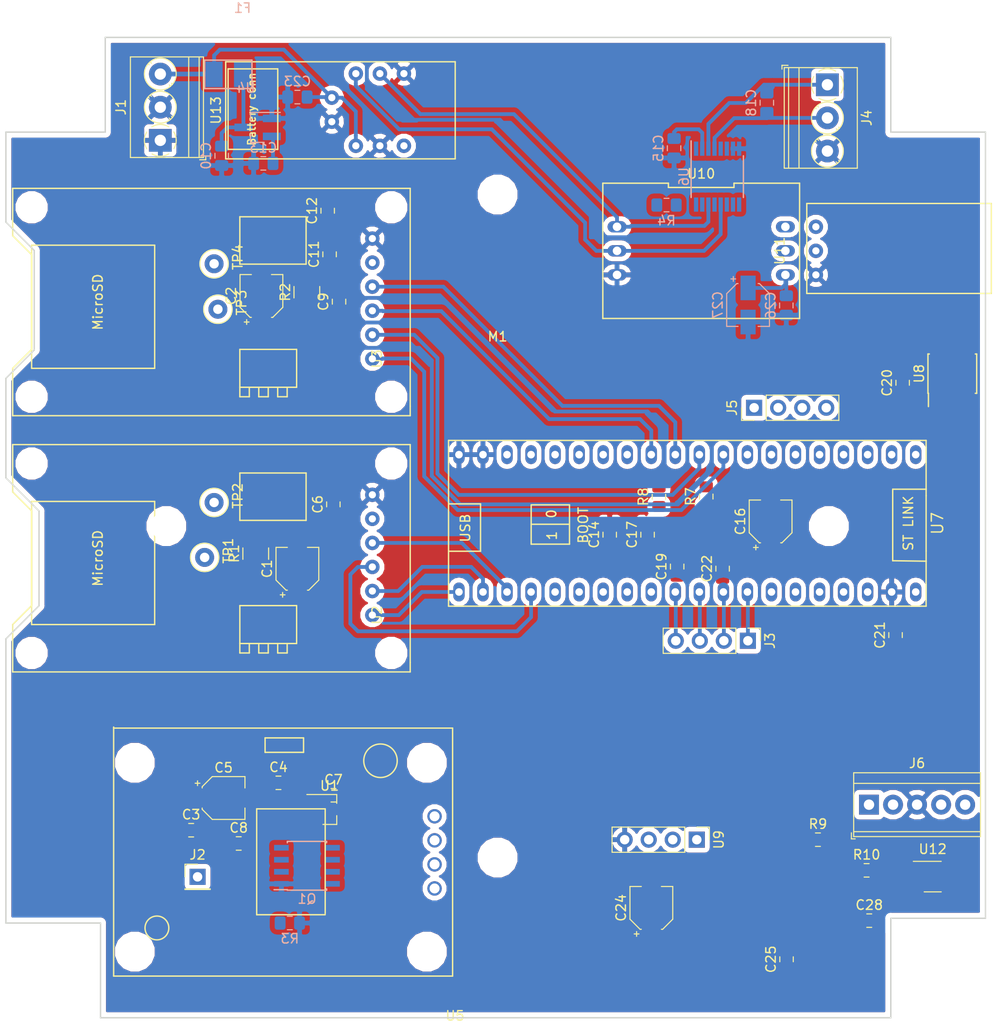
<source format=kicad_pcb>
(kicad_pcb (version 20171130) (host pcbnew "(5.0.2)-1")
  (layers (0 F.Cu signal) (31 B.Cu signal) (34 B.Paste user) (35 F.Paste user) (36 B.SilkS user) (37 F.SilkS user) (38 B.Mask user) (39 F.Mask user) (44 Edge.Cuts user))
  (net 0 "")
  (net 1 +BATT)
  (net 2 GND)
  (net 3 "Net-(C4-Pad1)")
  (net 4 "Net-(C11-Pad1)")
  (net 5 "Net-(C12-Pad1)")
  (net 6 VCC)
  (net 7 "Net-(C18-Pad2)")
  (net 8 "Net-(C18-Pad1)")
  (net 9 "Net-(J3-Pad1)")
  (net 10 "Net-(J3-Pad2)")
  (net 11 "Net-(J3-Pad3)")
  (net 12 "Net-(J3-Pad4)")
  (net 13 "Net-(J5-Pad1)")
  (net 14 "Net-(J5-Pad2)")
  (net 15 "Net-(J5-Pad3)")
  (net 16 GPS_ON)
  (net 17 ADMStby)
  (net 18 SCL)
  (net 19 SDA)
  (net 20 "Net-(J6-Pad4)")
  (net 21 "Net-(J6-Pad2)")
  (net 22 SS2)
  (net 23 SCK2)
  (net 24 MOSI2)
  (net 25 MISO2)
  (net 26 MISO1)
  (net 27 MOSI1)
  (net 28 SCK1)
  (net 29 SS1)
  (net 30 "Net-(Q1-Pad7)")
  (net 31 GPS-TX)
  (net 32 "Net-(U5-Pad3)")
  (net 33 "Net-(U7-Pad2)")
  (net 34 "Net-(U7-Pad38)")
  (net 35 "Net-(U7-Pad3)")
  (net 36 "Net-(U7-Pad4)")
  (net 37 Btn)
  (net 38 "Net-(U7-Pad29)")
  (net 39 "Net-(U7-Pad28)")
  (net 40 "Net-(U7-Pad13)")
  (net 41 "Net-(U7-Pad27)")
  (net 42 LogginTypeSw)
  (net 43 "Net-(U7-Pad15)")
  (net 44 "Net-(U7-Pad25)")
  (net 45 "Net-(U7-Pad17)")
  (net 46 "Net-(U10-Pad6)")
  (net 47 "Net-(U10-Pad5)")
  (net 48 "Net-(J6-Pad1)")
  (net 49 "Net-(J6-Pad5)")
  (net 50 "Net-(U6-Pad1)")
  (net 51 "Net-(U6-Pad11)")
  (net 52 "Net-(U13-Pad3)")
  (net 53 "Net-(J5-Pad4)")
  (net 54 "Net-(C23-Pad1)")
  (module Package_SO:TSSOP-16_4.4x5mm_P0.65mm (layer B.Cu) (at 155.2 56.2 270)
    (fp_text reference U6 (at 0 3.55 270) (layer B.SilkS) (effects (justify mirror)))
    (fp_text value ADM1023)
    (pad 1 smd rect (at -2.95 2.275 270) (size 1.5 0.45) (layers B.Cu B.Paste B.Mask) (net 50 "Net-(U6-Pad1)"))
    (pad 2 smd rect (at -2.95 1.625 270) (size 1.5 0.45) (layers B.Cu B.Paste B.Mask) (net 6 VCC))
    (pad 3 smd rect (at -2.95 0.975 270) (size 1.5 0.45) (layers B.Cu B.Paste B.Mask) (net 8 "Net-(C18-Pad1)"))
    (pad 4 smd rect (at -2.95 0.325 270) (size 1.5 0.45) (layers B.Cu B.Paste B.Mask) (net 7 "Net-(C18-Pad2)"))
    (pad 5 smd rect (at -2.95 -0.325 270) (size 1.5 0.45) (layers B.Cu B.Paste B.Mask) (net 50 "Net-(U6-Pad1)"))
    (pad 6 smd rect (at -2.95 -0.975 270) (size 1.5 0.45) (layers B.Cu B.Paste B.Mask) (net 2 GND))
    (pad 7 smd rect (at -2.95 -1.625 270) (size 1.5 0.45) (layers B.Cu B.Paste B.Mask) (net 2 GND))
    (pad 8 smd rect (at -2.95 -2.275 270) (size 1.5 0.45) (layers B.Cu B.Paste B.Mask) (net 2 GND))
    (pad 9 smd rect (at 2.95 -2.275 270) (size 1.5 0.45) (layers B.Cu B.Paste B.Mask) (net 50 "Net-(U6-Pad1)"))
    (pad 10 smd rect (at 2.95 -1.625 270) (size 1.5 0.45) (layers B.Cu B.Paste B.Mask) (net 2 GND))
    (pad 11 smd rect (at 2.95 -0.975 270) (size 1.5 0.45) (layers B.Cu B.Paste B.Mask) (net 51 "Net-(U6-Pad11)"))
    (pad 12 smd rect (at 2.95 -0.325 270) (size 1.5 0.45) (layers B.Cu B.Paste B.Mask) (net 19 SDA))
    (pad 13 smd rect (at 2.95 0.325 270) (size 1.5 0.45) (layers B.Cu B.Paste B.Mask) (net 50 "Net-(U6-Pad1)"))
    (pad 14 smd rect (at 2.95 0.975 270) (size 1.5 0.45) (layers B.Cu B.Paste B.Mask) (net 18 SCL))
    (pad 15 smd rect (at 2.95 1.625 270) (size 1.5 0.45) (layers B.Cu B.Paste B.Mask) (net 17 ADMStby))
    (pad 16 smd rect (at 2.95 2.275 270) (size 1.5 0.45) (layers B.Cu B.Paste B.Mask) (net 50 "Net-(U6-Pad1)"))
  )
  (module Libs:Box_Biltema_70x70mm_IP67 (layer F.Cu) (at 131.953 93.091)
    (fp_text reference M1 (at 0 -20) (layer F.SilkS))
    (fp_text value BOX_Biltema_70x70_IP67)
    (pad 1 np_thru_hole circle (at 0 -35) (size 3.2 3.2) (drill 3.2) (layers *.Cu *.Mask))
    (pad 2 np_thru_hole circle (at 0 35) (size 3.2 3.2) (drill 3.2) (layers *.Cu *.Mask))
    (pad 3 np_thru_hole circle (at 35 0) (size 3.2 3.2) (drill 3.2) (layers *.Cu *.Mask))
    (pad "" np_thru_hole circle (at -35 0) (size 3.2 3.2) (drill 3.2) (layers *.Cu *.Mask))
  )
  (module Capacitor_SMD:C_0805_2012Metric_Pad1.15x1.40mm_HandSolder (layer B.Cu) (at 110.8 47.8 180)
    (fp_text reference C23 (at 0 1.65 180) (layer B.SilkS) (effects (justify mirror)))
    (fp_text value 100n)
    (pad 1 smd roundrect (at -1.025 0 180) (size 1.15 1.4) (layers B.Cu B.Paste B.Mask) (roundrect_rratio 0.217391) (net 54 "Net-(C23-Pad1)"))
    (pad 2 smd roundrect (at 1.025 0 180) (size 1.15 1.4) (layers B.Cu B.Paste B.Mask) (roundrect_rratio 0.217391) (net 2 GND))
  )
  (module Capacitor_SMD:CP_Elec_4x5.3 (layer F.Cu) (at 107 68.8 90)
    (fp_text reference C2 (at 0 -3.2 90) (layer F.SilkS))
    (fp_text value 10u)
    (pad 2 smd rect (at 1.8 0 90) (size 2.6 1.6) (layers F.Cu F.Paste F.Mask) (net 2 GND))
    (pad 1 smd rect (at -1.8 0 90) (size 2.6 1.6) (layers F.Cu F.Paste F.Mask) (net 6 VCC))
  )
  (module Capacitor_SMD:CP_Elec_4x5.3 (layer B.Cu) (at 158.4198 69.7484 270)
    (fp_text reference C27 (at 0 3.2 270) (layer B.SilkS) (effects (justify mirror)))
    (fp_text value 10u)
    (pad 1 smd rect (at -1.8 0 270) (size 2.6 1.6) (layers B.Cu B.Paste B.Mask) (net 6 VCC))
    (pad 2 smd rect (at 1.8 0 270) (size 2.6 1.6) (layers B.Cu B.Paste B.Mask) (net 2 GND))
  )
  (module Capacitor_SMD:CP_Elec_4x5.3 (layer F.Cu) (at 103 121.8)
    (fp_text reference C5 (at 0 -3.2) (layer F.SilkS))
    (fp_text value 10u)
    (pad 2 smd rect (at 1.8 0) (size 2.6 1.6) (layers F.Cu F.Paste F.Mask) (net 2 GND))
    (pad 1 smd rect (at -1.8 0) (size 2.6 1.6) (layers F.Cu F.Paste F.Mask) (net 3 "Net-(C4-Pad1)"))
  )
  (module Capacitor_SMD:CP_Elec_4x5.3 (layer F.Cu) (at 148.2 133.4 90)
    (fp_text reference C24 (at 0 -3.2 90) (layer F.SilkS))
    (fp_text value 10u)
    (pad 1 smd rect (at -1.8 0 90) (size 2.6 1.6) (layers F.Cu F.Paste F.Mask) (net 6 VCC))
    (pad 2 smd rect (at 1.8 0 90) (size 2.6 1.6) (layers F.Cu F.Paste F.Mask) (net 2 GND))
  )
  (module Capacitor_SMD:CP_Elec_4x5.3 (layer F.Cu) (at 110.8 97.6 90)
    (fp_text reference C1 (at 0 -3.2 90) (layer F.SilkS))
    (fp_text value 10u)
    (pad 2 smd rect (at 1.8 0 90) (size 2.6 1.6) (layers F.Cu F.Paste F.Mask) (net 2 GND))
    (pad 1 smd rect (at -1.8 0 90) (size 2.6 1.6) (layers F.Cu F.Paste F.Mask) (net 6 VCC))
  )
  (module Capacitor_SMD:CP_Elec_4x5.3 (layer F.Cu) (at 160.8 92.6 90)
    (fp_text reference C16 (at 0 -3.2 90) (layer F.SilkS))
    (fp_text value 10u)
    (pad 1 smd rect (at -1.8 0 90) (size 2.6 1.6) (layers F.Cu F.Paste F.Mask) (net 6 VCC))
    (pad 2 smd rect (at 1.8 0 90) (size 2.6 1.6) (layers F.Cu F.Paste F.Mask) (net 2 GND))
  )
  (module Capacitor_SMD:C_0805_2012Metric_Pad1.15x1.40mm_HandSolder (layer F.Cu) (at 114 59.8 90)
    (fp_text reference C12 (at 0 -1.65 90) (layer F.SilkS))
    (fp_text value 100n)
    (pad 1 smd roundrect (at -1.025 0 90) (size 1.15 1.4) (layers F.Cu F.Paste F.Mask) (roundrect_rratio 0.217391) (net 5 "Net-(C12-Pad1)"))
    (pad 2 smd roundrect (at 1.025 0 90) (size 1.15 1.4) (layers F.Cu F.Paste F.Mask) (roundrect_rratio 0.217391) (net 2 GND))
  )
  (module Capacitor_SMD:C_0805_2012Metric_Pad1.15x1.40mm_HandSolder (layer B.Cu) (at 160.4 48.4 270)
    (fp_text reference C18 (at 0 1.65 270) (layer B.SilkS) (effects (justify mirror)))
    (fp_text value 680p)
    (pad 2 smd roundrect (at 1.025 0 270) (size 1.15 1.4) (layers B.Cu B.Paste B.Mask) (roundrect_rratio 0.217391) (net 7 "Net-(C18-Pad2)"))
    (pad 1 smd roundrect (at -1.025 0 270) (size 1.15 1.4) (layers B.Cu B.Paste B.Mask) (roundrect_rratio 0.217391) (net 8 "Net-(C18-Pad1)"))
  )
  (module Capacitor_SMD:C_0805_2012Metric_Pad1.15x1.40mm_HandSolder (layer F.Cu) (at 150.9268 97.3672 90)
    (fp_text reference C19 (at 0 -1.65 90) (layer F.SilkS))
    (fp_text value 100n)
    (pad 1 smd roundrect (at -1.025 0 90) (size 1.15 1.4) (layers F.Cu F.Paste F.Mask) (roundrect_rratio 0.217391) (net 6 VCC))
    (pad 2 smd roundrect (at 1.025 0 90) (size 1.15 1.4) (layers F.Cu F.Paste F.Mask) (roundrect_rratio 0.217391) (net 2 GND))
  )
  (module Capacitor_SMD:C_0805_2012Metric_Pad1.15x1.40mm_HandSolder (layer F.Cu) (at 174.752 77.9616 90)
    (fp_text reference C20 (at 0 -1.65 90) (layer F.SilkS))
    (fp_text value 100n)
    (pad 2 smd roundrect (at 1.025 0 90) (size 1.15 1.4) (layers F.Cu F.Paste F.Mask) (roundrect_rratio 0.217391) (net 2 GND))
    (pad 1 smd roundrect (at -1.025 0 90) (size 1.15 1.4) (layers F.Cu F.Paste F.Mask) (roundrect_rratio 0.217391) (net 6 VCC))
  )
  (module Capacitor_SMD:C_0805_2012Metric_Pad1.15x1.40mm_HandSolder (layer F.Cu) (at 174 104.6 90)
    (fp_text reference C21 (at 0 -1.65 90) (layer F.SilkS))
    (fp_text value 100n)
    (pad 1 smd roundrect (at -1.025 0 90) (size 1.15 1.4) (layers F.Cu F.Paste F.Mask) (roundrect_rratio 0.217391) (net 1 +BATT))
    (pad 2 smd roundrect (at 1.025 0 90) (size 1.15 1.4) (layers F.Cu F.Paste F.Mask) (roundrect_rratio 0.217391) (net 2 GND))
  )
  (module Capacitor_SMD:C_0805_2012Metric_Pad1.15x1.40mm_HandSolder (layer F.Cu) (at 155.7274 97.5868 90)
    (fp_text reference C22 (at 0 -1.65 90) (layer F.SilkS))
    (fp_text value 100n)
    (pad 2 smd roundrect (at 1.025 0 90) (size 1.15 1.4) (layers F.Cu F.Paste F.Mask) (roundrect_rratio 0.217391) (net 2 GND))
    (pad 1 smd roundrect (at -1.025 0 90) (size 1.15 1.4) (layers F.Cu F.Paste F.Mask) (roundrect_rratio 0.217391) (net 6 VCC))
  )
  (module Capacitor_SMD:C_0805_2012Metric_Pad1.15x1.40mm_HandSolder (layer F.Cu) (at 162.4838 138.8274 90)
    (fp_text reference C25 (at 0 -1.65 90) (layer F.SilkS))
    (fp_text value 100n)
    (pad 1 smd roundrect (at -1.025 0 90) (size 1.15 1.4) (layers F.Cu F.Paste F.Mask) (roundrect_rratio 0.217391) (net 6 VCC))
    (pad 2 smd roundrect (at 1.025 0 90) (size 1.15 1.4) (layers F.Cu F.Paste F.Mask) (roundrect_rratio 0.217391) (net 2 GND))
  )
  (module Capacitor_SMD:C_0805_2012Metric_Pad1.15x1.40mm_HandSolder (layer B.Cu) (at 162.4584 69.7992 270)
    (fp_text reference C26 (at 0 1.65 270) (layer B.SilkS) (effects (justify mirror)))
    (fp_text value 100n)
    (pad 2 smd roundrect (at 1.025 0 270) (size 1.15 1.4) (layers B.Cu B.Paste B.Mask) (roundrect_rratio 0.217391) (net 2 GND))
    (pad 1 smd roundrect (at -1.025 0 270) (size 1.15 1.4) (layers B.Cu B.Paste B.Mask) (roundrect_rratio 0.217391) (net 6 VCC))
  )
  (module Capacitor_SMD:C_0805_2012Metric_Pad1.15x1.40mm_HandSolder (layer F.Cu) (at 171.2214 134.747)
    (fp_text reference C28 (at 0 -1.65) (layer F.SilkS))
    (fp_text value 100n)
    (pad 1 smd roundrect (at -1.025 0) (size 1.15 1.4) (layers F.Cu F.Paste F.Mask) (roundrect_rratio 0.217391) (net 6 VCC))
    (pad 2 smd roundrect (at 1.025 0) (size 1.15 1.4) (layers F.Cu F.Paste F.Mask) (roundrect_rratio 0.217391) (net 2 GND))
  )
  (module Capacitor_SMD:C_0805_2012Metric_Pad1.15x1.40mm_HandSolder (layer F.Cu) (at 147.8 94 90)
    (fp_text reference C17 (at 0 -1.65 90) (layer F.SilkS))
    (fp_text value 100n)
    (pad 2 smd roundrect (at 1.025 0 90) (size 1.15 1.4) (layers F.Cu F.Paste F.Mask) (roundrect_rratio 0.217391) (net 2 GND))
    (pad 1 smd roundrect (at -1.025 0 90) (size 1.15 1.4) (layers F.Cu F.Paste F.Mask) (roundrect_rratio 0.217391) (net 6 VCC))
  )
  (module Capacitor_SMD:C_0805_2012Metric_Pad1.15x1.40mm_HandSolder (layer F.Cu) (at 143.8 94 90)
    (fp_text reference C14 (at 0 -1.65 90) (layer F.SilkS))
    (fp_text value 100n)
    (pad 1 smd roundrect (at -1.025 0 90) (size 1.15 1.4) (layers F.Cu F.Paste F.Mask) (roundrect_rratio 0.217391) (net 6 VCC))
    (pad 2 smd roundrect (at 1.025 0 90) (size 1.15 1.4) (layers F.Cu F.Paste F.Mask) (roundrect_rratio 0.217391) (net 2 GND))
  )
  (module Capacitor_SMD:C_0805_2012Metric_Pad1.15x1.40mm_HandSolder (layer B.Cu) (at 150.6 53.2 270)
    (fp_text reference C15 (at 0 1.65 270) (layer B.SilkS) (effects (justify mirror)))
    (fp_text value 100n)
    (pad 2 smd roundrect (at 1.025 0 270) (size 1.15 1.4) (layers B.Cu B.Paste B.Mask) (roundrect_rratio 0.217391) (net 2 GND))
    (pad 1 smd roundrect (at -1.025 0 270) (size 1.15 1.4) (layers B.Cu B.Paste B.Mask) (roundrect_rratio 0.217391) (net 6 VCC))
  )
  (module Capacitor_SMD:C_0805_2012Metric_Pad1.15x1.40mm_HandSolder (layer F.Cu) (at 108.8 120.2)
    (fp_text reference C4 (at 0 -1.65) (layer F.SilkS))
    (fp_text value 1u)
    (pad 1 smd roundrect (at -1.025 0) (size 1.15 1.4) (layers F.Cu F.Paste F.Mask) (roundrect_rratio 0.217391) (net 3 "Net-(C4-Pad1)"))
    (pad 2 smd roundrect (at 1.025 0) (size 1.15 1.4) (layers F.Cu F.Paste F.Mask) (roundrect_rratio 0.217391) (net 2 GND))
  )
  (module Capacitor_SMD:C_0805_2012Metric_Pad1.15x1.40mm_HandSolder (layer F.Cu) (at 114.6 90.8 90)
    (fp_text reference C6 (at 0 -1.65 90) (layer F.SilkS))
    (fp_text value 100n)
    (pad 2 smd roundrect (at 1.025 0 90) (size 1.15 1.4) (layers F.Cu F.Paste F.Mask) (roundrect_rratio 0.217391) (net 2 GND))
    (pad 1 smd roundrect (at -1.025 0 90) (size 1.15 1.4) (layers F.Cu F.Paste F.Mask) (roundrect_rratio 0.217391) (net 4 "Net-(C11-Pad1)"))
  )
  (module Capacitor_SMD:C_0805_2012Metric_Pad1.15x1.40mm_HandSolder (layer F.Cu) (at 114.6138 121.5136)
    (fp_text reference C7 (at 0 -1.65) (layer F.SilkS))
    (fp_text value 100n)
    (pad 1 smd roundrect (at -1.025 0) (size 1.15 1.4) (layers F.Cu F.Paste F.Mask) (roundrect_rratio 0.217391) (net 1 +BATT))
    (pad 2 smd roundrect (at 1.025 0) (size 1.15 1.4) (layers F.Cu F.Paste F.Mask) (roundrect_rratio 0.217391) (net 2 GND))
  )
  (module Capacitor_SMD:C_0805_2012Metric_Pad1.15x1.40mm_HandSolder (layer F.Cu) (at 104.6 126.6)
    (fp_text reference C8 (at 0 -1.65) (layer F.SilkS))
    (fp_text value 100n)
    (pad 2 smd roundrect (at 1.025 0) (size 1.15 1.4) (layers F.Cu F.Paste F.Mask) (roundrect_rratio 0.217391) (net 2 GND))
    (pad 1 smd roundrect (at -1.025 0) (size 1.15 1.4) (layers F.Cu F.Paste F.Mask) (roundrect_rratio 0.217391) (net 3 "Net-(C4-Pad1)"))
  )
  (module Capacitor_SMD:C_0805_2012Metric_Pad1.15x1.40mm_HandSolder (layer F.Cu) (at 115.2 69.4 90)
    (fp_text reference C9 (at 0 -1.65 90) (layer F.SilkS))
    (fp_text value 100n)
    (pad 1 smd roundrect (at -1.025 0 90) (size 1.15 1.4) (layers F.Cu F.Paste F.Mask) (roundrect_rratio 0.217391) (net 5 "Net-(C12-Pad1)"))
    (pad 2 smd roundrect (at 1.025 0 90) (size 1.15 1.4) (layers F.Cu F.Paste F.Mask) (roundrect_rratio 0.217391) (net 2 GND))
  )
  (module Capacitor_SMD:C_0805_2012Metric_Pad1.15x1.40mm_HandSolder (layer B.Cu) (at 102.8 54 270)
    (fp_text reference C10 (at 0 1.65 270) (layer B.SilkS) (effects (justify mirror)))
    (fp_text value 1u)
    (pad 2 smd roundrect (at 1.025 0 270) (size 1.15 1.4) (layers B.Cu B.Paste B.Mask) (roundrect_rratio 0.217391) (net 2 GND))
    (pad 1 smd roundrect (at -1.025 0 270) (size 1.15 1.4) (layers B.Cu B.Paste B.Mask) (roundrect_rratio 0.217391) (net 1 +BATT))
  )
  (module Capacitor_SMD:C_0805_2012Metric_Pad1.15x1.40mm_HandSolder (layer F.Cu) (at 114.2 64.4 90)
    (fp_text reference C11 (at 0 -1.65 90) (layer F.SilkS))
    (fp_text value 100n)
    (pad 1 smd roundrect (at -1.025 0 90) (size 1.15 1.4) (layers F.Cu F.Paste F.Mask) (roundrect_rratio 0.217391) (net 4 "Net-(C11-Pad1)"))
    (pad 2 smd roundrect (at 1.025 0 90) (size 1.15 1.4) (layers F.Cu F.Paste F.Mask) (roundrect_rratio 0.217391) (net 2 GND))
  )
  (module Capacitor_SMD:C_0805_2012Metric_Pad1.15x1.40mm_HandSolder (layer B.Cu) (at 107.2 54.8 180)
    (fp_text reference C13 (at 0 1.65 180) (layer B.SilkS) (effects (justify mirror)))
    (fp_text value 1u)
    (pad 2 smd roundrect (at 1.025 0 180) (size 1.15 1.4) (layers B.Cu B.Paste B.Mask) (roundrect_rratio 0.217391) (net 2 GND))
    (pad 1 smd roundrect (at -1.025 0 180) (size 1.15 1.4) (layers B.Cu B.Paste B.Mask) (roundrect_rratio 0.217391) (net 6 VCC))
  )
  (module Capacitor_SMD:C_0805_2012Metric_Pad1.15x1.40mm_HandSolder (layer F.Cu) (at 99.575 125.2)
    (fp_text reference C3 (at 0 -1.65) (layer F.SilkS))
    (fp_text value 1u)
    (pad 1 smd roundrect (at -1.025 0) (size 1.15 1.4) (layers F.Cu F.Paste F.Mask) (roundrect_rratio 0.217391) (net 1 +BATT))
    (pad 2 smd roundrect (at 1.025 0) (size 1.15 1.4) (layers F.Cu F.Paste F.Mask) (roundrect_rratio 0.217391) (net 2 GND))
  )
  (module Connector_PinHeader_2.54mm:PinHeader_1x01_P2.54mm_Vertical (layer F.Cu) (at 100.2538 130.1242)
    (fp_text reference J2 (at 0 -2.33) (layer F.SilkS))
    (fp_text value Vbat)
    (pad 1 thru_hole rect (at 0 0) (size 1.7 1.7) (drill 1) (layers *.Cu *.Mask) (net 1 +BATT))
  )
  (module Connector_PinHeader_2.54mm:PinHeader_1x04_P2.54mm_Vertical (layer F.Cu) (at 158.4 105.2 270)
    (fp_text reference J3 (at 0 -2.33 270) (layer F.SilkS))
    (fp_text value Spare)
    (pad 1 thru_hole rect (at 0 0 270) (size 1.7 1.7) (drill 1) (layers *.Cu *.Mask) (net 9 "Net-(J3-Pad1)"))
    (pad 2 thru_hole oval (at 0 2.54 270) (size 1.7 1.7) (drill 1) (layers *.Cu *.Mask) (net 10 "Net-(J3-Pad2)"))
    (pad 3 thru_hole oval (at 0 5.08 270) (size 1.7 1.7) (drill 1) (layers *.Cu *.Mask) (net 11 "Net-(J3-Pad3)"))
    (pad 4 thru_hole oval (at 0 7.62 270) (size 1.7 1.7) (drill 1) (layers *.Cu *.Mask) (net 12 "Net-(J3-Pad4)"))
  )
  (module Connector_PinHeader_2.54mm:PinHeader_1x04_P2.54mm_Vertical (layer F.Cu) (at 159.06 80.6 90)
    (fp_text reference J5 (at 0 -2.33 90) (layer F.SilkS))
    (fp_text value Spare)
    (pad 4 thru_hole oval (at 0 7.62 90) (size 1.7 1.7) (drill 1) (layers *.Cu *.Mask) (net 53 "Net-(J5-Pad4)"))
    (pad 3 thru_hole oval (at 0 5.08 90) (size 1.7 1.7) (drill 1) (layers *.Cu *.Mask) (net 15 "Net-(J5-Pad3)"))
    (pad 2 thru_hole oval (at 0 2.54 90) (size 1.7 1.7) (drill 1) (layers *.Cu *.Mask) (net 14 "Net-(J5-Pad2)"))
    (pad 1 thru_hole rect (at 0 0 90) (size 1.7 1.7) (drill 1) (layers *.Cu *.Mask) (net 13 "Net-(J5-Pad1)"))
  )
  (module Connector_PinHeader_2.54mm:PinHeader_1x04_P2.54mm_Vertical (layer F.Cu) (at 153 126.2 270)
    (fp_text reference U9 (at 0 -2.33 270) (layer F.SilkS))
    (fp_text value OLED_128x32_i2c)
    (pad 1 thru_hole rect (at 0 0 270) (size 1.7 1.7) (drill 1) (layers *.Cu *.Mask) (net 19 SDA))
    (pad 2 thru_hole oval (at 0 2.54 270) (size 1.7 1.7) (drill 1) (layers *.Cu *.Mask) (net 18 SCL))
    (pad 3 thru_hole oval (at 0 5.08 270) (size 1.7 1.7) (drill 1) (layers *.Cu *.Mask) (net 6 VCC))
    (pad 4 thru_hole oval (at 0 7.62 270) (size 1.7 1.7) (drill 1) (layers *.Cu *.Mask) (net 2 GND))
  )
  (module Libs:Bluepill (layer F.Cu) (at 152 92.8 180)
    (fp_text reference U7 (at -26.43 0 270) (layer F.SilkS) (effects (font (size 1.2 1.2))))
    (fp_text value Bluepill)
    (fp_text user "ST LINK" (at -23.35 0 270) (layer F.SilkS))
    (fp_text user 1 (at 14.3 -1.3 270) (layer F.SilkS))
    (fp_text user 0 (at 14.35 1 270) (layer F.SilkS))
    (fp_text user BOOT (at 11 -0.2 270) (layer F.SilkS))
    (fp_text user USB (at 23.45 -0.5 270) (layer F.SilkS))
    (pad 40 thru_hole oval (at -24.13 -7.25 180) (size 1.2 2) (drill 0.8) (layers *.Cu *.Mask) (net 6 VCC))
    (pad 1 thru_hole oval (at -24.13 7.25 180) (size 1.2 2) (drill 0.8) (layers *.Cu *.Mask) (net 1 +BATT))
    (pad 39 thru_hole oval (at -21.59 -7.25 180) (size 1.2 2) (drill 0.8) (layers *.Cu *.Mask) (net 2 GND))
    (pad 2 thru_hole oval (at -21.59 7.25 180) (size 1.2 2) (drill 0.8) (layers *.Cu *.Mask) (net 33 "Net-(U7-Pad2)"))
    (pad 38 thru_hole oval (at -19.05 -7.25 180) (size 1.2 2) (drill 0.8) (layers *.Cu *.Mask) (net 34 "Net-(U7-Pad38)"))
    (pad 3 thru_hole oval (at -19.05 7.25 180) (size 1.2 2) (drill 0.8) (layers *.Cu *.Mask) (net 35 "Net-(U7-Pad3)"))
    (pad 37 thru_hole oval (at -16.51 -7.25 180) (size 1.2 2) (drill 0.8) (layers *.Cu *.Mask) (net 17 ADMStby))
    (pad 4 thru_hole oval (at -16.51 7.25 180) (size 1.2 2) (drill 0.8) (layers *.Cu *.Mask) (net 36 "Net-(U7-Pad4)"))
    (pad 36 thru_hole oval (at -13.97 -7.25 180) (size 1.2 2) (drill 0.8) (layers *.Cu *.Mask) (net 37 Btn))
    (pad 5 thru_hole oval (at -13.97 7.25 180) (size 1.2 2) (drill 0.8) (layers *.Cu *.Mask) (net 53 "Net-(J5-Pad4)"))
    (pad 35 thru_hole oval (at -11.43 -7.25 180) (size 1.2 2) (drill 0.8) (layers *.Cu *.Mask) (net 19 SDA))
    (pad 6 thru_hole oval (at -11.43 7.25 180) (size 1.2 2) (drill 0.8) (layers *.Cu *.Mask) (net 15 "Net-(J5-Pad3)"))
    (pad 34 thru_hole oval (at -8.89 -7.25 180) (size 1.2 2) (drill 0.8) (layers *.Cu *.Mask) (net 18 SCL))
    (pad 7 thru_hole oval (at -8.89 7.25 180) (size 1.2 2) (drill 0.8) (layers *.Cu *.Mask) (net 14 "Net-(J5-Pad2)"))
    (pad 33 thru_hole oval (at -6.35 -7.25 180) (size 1.2 2) (drill 0.8) (layers *.Cu *.Mask) (net 9 "Net-(J3-Pad1)"))
    (pad 8 thru_hole oval (at -6.35 7.25 180) (size 1.2 2) (drill 0.8) (layers *.Cu *.Mask) (net 13 "Net-(J5-Pad1)"))
    (pad 32 thru_hole oval (at -3.81 -7.25 180) (size 1.2 2) (drill 0.8) (layers *.Cu *.Mask) (net 10 "Net-(J3-Pad2)"))
    (pad 9 thru_hole oval (at -3.81 7.25 180) (size 1.2 2) (drill 0.8) (layers *.Cu *.Mask) (net 29 SS1))
    (pad 31 thru_hole oval (at -1.27 -7.25 180) (size 1.2 2) (drill 0.8) (layers *.Cu *.Mask) (net 11 "Net-(J3-Pad3)"))
    (pad 10 thru_hole oval (at -1.27 7.25 180) (size 1.2 2) (drill 0.8) (layers *.Cu *.Mask) (net 28 SCK1))
    (pad 30 thru_hole oval (at 1.27 -7.25 180) (size 1.2 2) (drill 0.8) (layers *.Cu *.Mask) (net 12 "Net-(J3-Pad4)"))
    (pad 11 thru_hole oval (at 1.27 7.25 180) (size 1.2 2) (drill 0.8) (layers *.Cu *.Mask) (net 26 MISO1))
    (pad 29 thru_hole oval (at 3.81 -7.25 180) (size 1.2 2) (drill 0.8) (layers *.Cu *.Mask) (net 38 "Net-(U7-Pad29)"))
    (pad 12 thru_hole oval (at 3.81 7.25 180) (size 1.2 2) (drill 0.8) (layers *.Cu *.Mask) (net 27 MOSI1))
    (pad 28 thru_hole oval (at 6.35 -7.25 180) (size 1.2 2) (drill 0.8) (layers *.Cu *.Mask) (net 39 "Net-(U7-Pad28)"))
    (pad 13 thru_hole oval (at 6.35 7.25 180) (size 1.2 2) (drill 0.8) (layers *.Cu *.Mask) (net 40 "Net-(U7-Pad13)"))
    (pad 27 thru_hole oval (at 8.89 -7.25 180) (size 1.2 2) (drill 0.8) (layers *.Cu *.Mask) (net 41 "Net-(U7-Pad27)"))
    (pad 14 thru_hole oval (at 8.89 7.25 180) (size 1.2 2) (drill 0.8) (layers *.Cu *.Mask) (net 16 GPS_ON))
    (pad 26 thru_hole oval (at 11.43 -7.25 180) (size 1.2 2) (drill 0.8) (layers *.Cu *.Mask) (net 42 LogginTypeSw))
    (pad 15 thru_hole oval (at 11.43 7.25 180) (size 1.2 2) (drill 0.8) (layers *.Cu *.Mask) (net 43 "Net-(U7-Pad15)"))
    (pad 25 thru_hole oval (at 13.97 -7.25 180) (size 1.2 2) (drill 0.8) (layers *.Cu *.Mask) (net 44 "Net-(U7-Pad25)"))
    (pad 16 thru_hole oval (at 13.97 7.25 180) (size 1.2 2) (drill 0.8) (layers *.Cu *.Mask) (net 31 GPS-TX))
    (pad 24 thru_hole oval (at 16.51 -7.25 180) (size 1.2 2) (drill 0.8) (layers *.Cu *.Mask) (net 24 MOSI2))
    (pad 17 thru_hole oval (at 16.51 7.25 180) (size 1.2 2) (drill 0.8) (layers *.Cu *.Mask) (net 45 "Net-(U7-Pad17)"))
    (pad 23 thru_hole oval (at 19.05 -7.25 180) (size 1.2 2) (drill 0.8) (layers *.Cu *.Mask) (net 25 MISO2))
    (pad 18 thru_hole oval (at 19.05 7.25 180) (size 1.2 2) (drill 0.8) (layers *.Cu *.Mask) (net 6 VCC))
    (pad 22 thru_hole oval (at 21.59 -7.25 180) (size 1.2 2) (drill 0.8) (layers *.Cu *.Mask) (net 23 SCK2))
    (pad 19 thru_hole oval (at 21.59 7.25 180) (size 1.2 2) (drill 0.8) (layers *.Cu *.Mask) (net 2 GND))
    (pad 21 thru_hole oval (at 24.13 -7.25 180) (size 1.2 2) (drill 0.8) (layers *.Cu *.Mask) (net 22 SS2))
    (pad 20 thru_hole oval (at 24.13 7.25 180) (size 1.2 2) (drill 0.8) (layers *.Cu *.Mask) (net 2 GND))
  )
  (module Libs:EZO_BNC (layer F.Cu) (at 168.1226 64.0334 270)
    (fp_text reference U11 (at 0 6.35 270) (layer F.SilkS))
    (fp_text value EZO_BNC)
    (pad 1 thru_hole circle (at 2.54 2.54 270) (size 1.524 1.524) (drill 0.762) (layers *.Cu *.Mask) (net 2 GND))
    (pad 2 thru_hole circle (at 0 2.54 270) (size 1.524 1.524) (drill 0.762) (layers *.Cu *.Mask) (net 47 "Net-(U10-Pad5)"))
    (pad 3 thru_hole circle (at -2.54 2.54 270) (size 1.524 1.524) (drill 0.762) (layers *.Cu *.Mask) (net 46 "Net-(U10-Pad6)"))
  )
  (module "Libs:GY-NEO6MV2 GPS Module" (layer F.Cu) (at 127.2 140.6 180)
    (fp_text reference U5 (at -0.254 -4.191 180) (layer F.SilkS))
    (fp_text value GY-NEO6MV2)
    (pad 1 thru_hole circle (at 1.905 9.25 180) (size 1.524 1.524) (drill 1.06) (layers *.Cu *.Mask) (net 30 "Net-(Q1-Pad7)"))
    (pad "" np_thru_hole circle (at 2.717 2.58 180) (size 3.2 3.2) (drill 3.2) (layers *.Cu *.Mask))
    (pad 2 np_thru_hole circle (at 2.717 22.52 180) (size 3.2 3.2) (drill 3.2) (layers *.Cu *.Mask) (net 31 GPS-TX))
    (pad 3 np_thru_hole circle (at 33.577 2.58 180) (size 3.2 3.2) (drill 3.2) (layers *.Cu *.Mask) (net 32 "Net-(U5-Pad3)"))
    (pad 4 np_thru_hole circle (at 33.577 22.52 180) (size 3.2 3.2) (drill 3.2) (layers *.Cu *.Mask) (net 3 "Net-(C4-Pad1)"))
    (pad 2 thru_hole circle (at 1.905 11.79 180) (size 1.524 1.524) (drill 1.06) (layers *.Cu *.Mask) (net 31 GPS-TX))
    (pad 3 thru_hole circle (at 1.905 14.33 180) (size 1.524 1.524) (drill 1.06) (layers *.Cu *.Mask) (net 32 "Net-(U5-Pad3)"))
    (pad 4 thru_hole circle (at 1.905 16.87 180) (size 1.524 1.524) (drill 1.06) (layers *.Cu *.Mask) (net 3 "Net-(C4-Pad1)"))
  )
  (module Libs:LittleFuse_110F_24V (layer B.Cu) (at 105 45.4 180)
    (fp_text reference F1 (at 0 7 180) (layer B.SilkS) (effects (justify mirror)))
    (fp_text value Polyfuse)
    (pad 1 smd trapezoid (at 0 0 180) (size 1.8 2.7) (layers B.Cu B.Paste B.Mask) (net 1 +BATT))
    (pad 2 smd trapezoid (at 3 0 180) (size 1.8 2.7) (layers B.Cu B.Paste B.Mask) (net 54 "Net-(C23-Pad1)"))
  )
  (module Libs:MAX17043-Breakout (layer F.Cu) (at 103.2256 49.0728 90)
    (fp_text reference U13 (at -0.1272 -1.0256 90) (layer F.SilkS))
    (fp_text value MAX17043Breakout)
    (fp_text user "Battery conn" (at 0 2.75 90) (layer F.SilkS) (effects (font (size 0.8 0.8))))
    (pad 1 thru_hole circle (at -3.87 13.75 90) (size 1.524 1.524) (drill 0.762) (layers *.Cu *.Mask) (net 54 "Net-(C23-Pad1)"))
    (pad 2 thru_hole circle (at -3.87 16.29 90) (size 1.524 1.524) (drill 0.762) (layers *.Cu *.Mask) (net 2 GND))
    (pad 3 thru_hole circle (at -3.87 18.83 90) (size 1.524 1.524) (drill 0.762) (layers *.Cu *.Mask) (net 52 "Net-(U13-Pad3)"))
    (pad 4 thru_hole circle (at 3.75 18.83 90) (size 1.524 1.524) (drill 0.762) (layers *.Cu *.Mask) (net 2 GND))
    (pad 5 thru_hole circle (at 3.75 16.29 90) (size 1.524 1.524) (drill 0.762) (layers *.Cu *.Mask) (net 18 SCL))
    (pad 6 thru_hole circle (at 3.75 13.75 90) (size 1.524 1.524) (drill 0.762) (layers *.Cu *.Mask) (net 19 SDA))
    (pad 7 thru_hole circle (at 1.21 11.21 90) (size 1.524 1.524) (drill 0.762) (layers *.Cu *.Mask) (net 54 "Net-(C23-Pad1)"))
    (pad 8 thru_hole circle (at -1.33 11.21 90) (size 1.524 1.524) (drill 0.762) (layers *.Cu *.Mask) (net 2 GND))
  )
  (module Libs:MicroSD_Card_Breakout_Horizontal (layer F.Cu) (at 118.7196 75.438 90)
    (fp_text reference U3 (at 0 0.5 90) (layer F.SilkS))
    (fp_text value SdmicroBreakout)
    (fp_text user MicroSD (at 6 -29 90) (layer F.SilkS))
    (pad "" np_thru_hole circle (at -4 -36 90) (size 2.4 2.4) (drill 2.4) (layers *.Cu *.Mask))
    (pad "" np_thru_hole circle (at 16 -36 90) (size 2.4 2.4) (drill 2.4) (layers *.Cu *.Mask))
    (pad "" np_thru_hole circle (at 16 2 90) (size 2.4 2.4) (drill 2.4) (layers *.Cu *.Mask))
    (pad "" np_thru_hole circle (at -4 2 90) (size 2.4 2.4) (drill 2.4) (layers *.Cu *.Mask))
    (pad 6 thru_hole circle (at 12.7 0 90) (size 1.524 1.524) (drill 0.762) (layers *.Cu *.Mask) (net 2 GND))
    (pad 5 thru_hole circle (at 10.16 0 90) (size 1.524 1.524) (drill 0.762) (layers *.Cu *.Mask) (net 5 "Net-(C12-Pad1)"))
    (pad 4 thru_hole circle (at 7.62 0 90) (size 1.524 1.524) (drill 0.762) (layers *.Cu *.Mask) (net 26 MISO1))
    (pad 3 thru_hole circle (at 5.08 0 90) (size 1.524 1.524) (drill 0.762) (layers *.Cu *.Mask) (net 27 MOSI1))
    (pad 2 thru_hole circle (at 2.54 0 90) (size 1.524 1.524) (drill 0.762) (layers *.Cu *.Mask) (net 28 SCK1))
    (pad 1 thru_hole circle (at 0 0 90) (size 1.524 1.524) (drill 0.762) (layers *.Cu *.Mask) (net 29 SS1))
  )
  (module Libs:MicroSD_Card_Breakout_Horizontal (layer F.Cu) (at 118.7196 102.489 90)
    (fp_text reference U2 (at 0 0.5 90) (layer F.SilkS))
    (fp_text value SdmicroBreakout)
    (fp_text user MicroSD (at 6 -29 90) (layer F.SilkS))
    (pad 1 thru_hole circle (at 0 0 90) (size 1.524 1.524) (drill 0.762) (layers *.Cu *.Mask) (net 22 SS2))
    (pad 2 thru_hole circle (at 2.54 0 90) (size 1.524 1.524) (drill 0.762) (layers *.Cu *.Mask) (net 23 SCK2))
    (pad 3 thru_hole circle (at 5.08 0 90) (size 1.524 1.524) (drill 0.762) (layers *.Cu *.Mask) (net 24 MOSI2))
    (pad 4 thru_hole circle (at 7.62 0 90) (size 1.524 1.524) (drill 0.762) (layers *.Cu *.Mask) (net 25 MISO2))
    (pad 5 thru_hole circle (at 10.16 0 90) (size 1.524 1.524) (drill 0.762) (layers *.Cu *.Mask) (net 4 "Net-(C11-Pad1)"))
    (pad 6 thru_hole circle (at 12.7 0 90) (size 1.524 1.524) (drill 0.762) (layers *.Cu *.Mask) (net 2 GND))
    (pad "" np_thru_hole circle (at -4 2 90) (size 2.4 2.4) (drill 2.4) (layers *.Cu *.Mask))
    (pad "" np_thru_hole circle (at 16 2 90) (size 2.4 2.4) (drill 2.4) (layers *.Cu *.Mask))
    (pad "" np_thru_hole circle (at 16 -36 90) (size 2.4 2.4) (drill 2.4) (layers *.Cu *.Mask))
    (pad "" np_thru_hole circle (at -4 -36 90) (size 2.4 2.4) (drill 2.4) (layers *.Cu *.Mask))
  )
  (module Libs:atlas-scientific.ezo.ph (layer F.Cu) (at 153.4668 64.0334 270)
    (fp_text reference U10 (at -8.14 0) (layer F.SilkS))
    (fp_text value EZ_PH)
    (pad 6 thru_hole oval (at -2.54 -8.895 270) (size 1.2 2) (drill 0.9) (layers *.Cu *.Mask) (net 46 "Net-(U10-Pad6)"))
    (pad 1 thru_hole oval (at -2.54 8.895 270) (size 1.2 2) (drill 0.9) (layers *.Cu *.Mask) (net 18 SCL))
    (pad 5 thru_hole oval (at 0 -8.895 270) (size 1.2 2) (drill 0.9) (layers *.Cu *.Mask) (net 47 "Net-(U10-Pad5)"))
    (pad 2 thru_hole oval (at 0 8.895 270) (size 1.2 2) (drill 0.9) (layers *.Cu *.Mask) (net 19 SDA))
    (pad 4 thru_hole oval (at 2.54 -8.895 270) (size 1.2 2) (drill 0.9) (layers *.Cu *.Mask) (net 6 VCC))
    (pad 3 thru_hole oval (at 2.54 8.895 270) (size 1.2 2) (drill 0.9) (layers *.Cu *.Mask) (net 2 GND))
  )
  (module Package_SO:SOIC-8_3.9x4.9mm_P1.27mm (layer B.Cu) (at 111.8108 128.9558)
    (fp_text reference Q1 (at 0 3.5) (layer B.SilkS) (effects (justify mirror)))
    (fp_text value IRF7341)
    (pad 8 smd rect (at 2.7 1.905) (size 1.55 0.6) (layers B.Cu B.Paste B.Mask) (net 30 "Net-(Q1-Pad7)"))
    (pad 7 smd rect (at 2.7 0.635) (size 1.55 0.6) (layers B.Cu B.Paste B.Mask) (net 30 "Net-(Q1-Pad7)"))
    (pad 6 smd rect (at 2.7 -0.635) (size 1.55 0.6) (layers B.Cu B.Paste B.Mask))
    (pad 5 smd rect (at 2.7 -1.905) (size 1.55 0.6) (layers B.Cu B.Paste B.Mask))
    (pad 4 smd rect (at -2.7 -1.905) (size 1.55 0.6) (layers B.Cu B.Paste B.Mask))
    (pad 3 smd rect (at -2.7 -0.635) (size 1.55 0.6) (layers B.Cu B.Paste B.Mask))
    (pad 2 smd rect (at -2.7 0.635) (size 1.55 0.6) (layers B.Cu B.Paste B.Mask) (net 16 GPS_ON))
    (pad 1 smd rect (at -2.7 1.905) (size 1.55 0.6) (layers B.Cu B.Paste B.Mask) (net 2 GND))
  )
  (module Package_SO:SOIC-8_3.9x4.9mm_P1.27mm (layer F.Cu) (at 180 77 90)
    (fp_text reference U8 (at 0 -3.5 90) (layer F.SilkS))
    (fp_text value AT24CS32-SSHM)
    (pad 1 smd rect (at -2.7 -1.905 90) (size 1.55 0.6) (layers F.Cu F.Paste F.Mask) (net 2 GND))
    (pad 2 smd rect (at -2.7 -0.635 90) (size 1.55 0.6) (layers F.Cu F.Paste F.Mask) (net 2 GND))
    (pad 3 smd rect (at -2.7 0.635 90) (size 1.55 0.6) (layers F.Cu F.Paste F.Mask) (net 2 GND))
    (pad 4 smd rect (at -2.7 1.905 90) (size 1.55 0.6) (layers F.Cu F.Paste F.Mask) (net 2 GND))
    (pad 5 smd rect (at 2.7 1.905 90) (size 1.55 0.6) (layers F.Cu F.Paste F.Mask) (net 19 SDA))
    (pad 6 smd rect (at 2.7 0.635 90) (size 1.55 0.6) (layers F.Cu F.Paste F.Mask) (net 18 SCL))
    (pad 7 smd rect (at 2.7 -0.635 90) (size 1.55 0.6) (layers F.Cu F.Paste F.Mask) (net 2 GND))
    (pad 8 smd rect (at 2.7 -1.905 90) (size 1.55 0.6) (layers F.Cu F.Paste F.Mask) (net 6 VCC))
  )
  (module Package_TO_SOT_SMD:SOT-23-6_Handsoldering (layer F.Cu) (at 177.927 130.0988)
    (fp_text reference U12 (at 0 -2.9) (layer F.SilkS))
    (fp_text value SN74LVC2G14)
    (pad 1 smd rect (at -1.35 -0.95) (size 1.56 0.65) (layers F.Cu F.Paste F.Mask) (net 20 "Net-(J6-Pad4)"))
    (pad 2 smd rect (at -1.35 0) (size 1.56 0.65) (layers F.Cu F.Paste F.Mask) (net 2 GND))
    (pad 3 smd rect (at -1.35 0.95) (size 1.56 0.65) (layers F.Cu F.Paste F.Mask) (net 48 "Net-(J6-Pad1)"))
    (pad 4 smd rect (at 1.35 0.95) (size 1.56 0.65) (layers F.Cu F.Paste F.Mask) (net 37 Btn))
    (pad 6 smd rect (at 1.35 -0.95) (size 1.56 0.65) (layers F.Cu F.Paste F.Mask) (net 42 LogginTypeSw))
    (pad 5 smd rect (at 1.35 0) (size 1.56 0.65) (layers F.Cu F.Paste F.Mask) (net 6 VCC))
  )
  (module Package_TO_SOT_SMD:SOT-23_Handsoldering (layer F.Cu) (at 114.1984 123.0122)
    (fp_text reference U1 (at 0 -2.5) (layer F.SilkS))
    (fp_text value XC6206P332MR)
    (pad 3 smd rect (at 1.5 0) (size 1.9 0.8) (layers F.Cu F.Paste F.Mask) (net 1 +BATT))
    (pad 2 smd rect (at -1.5 0.95) (size 1.9 0.8) (layers F.Cu F.Paste F.Mask) (net 3 "Net-(C4-Pad1)"))
    (pad 1 smd rect (at -1.5 -0.95) (size 1.9 0.8) (layers F.Cu F.Paste F.Mask) (net 2 GND))
  )
  (module Package_TO_SOT_SMD:SOT-23_Handsoldering (layer B.Cu) (at 106.6 51 180)
    (fp_text reference U4 (at 1.241399 4.159601 180) (layer B.SilkS) (effects (justify mirror)))
    (fp_text value XC6206P332MR)
    (pad 1 smd rect (at -1.5 0.95 180) (size 1.9 0.8) (layers B.Cu B.Paste B.Mask) (net 2 GND))
    (pad 2 smd rect (at -1.5 -0.95 180) (size 1.9 0.8) (layers B.Cu B.Paste B.Mask) (net 6 VCC))
    (pad 3 smd rect (at 1.5 0 180) (size 1.9 0.8) (layers B.Cu B.Paste B.Mask) (net 1 +BATT))
  )
  (module Resistor_SMD:R_0805_2012Metric_Pad1.15x1.40mm_HandSolder (layer F.Cu) (at 170.942 129.4384)
    (fp_text reference R10 (at 0 -1.65) (layer F.SilkS))
    (fp_text value 82K)
    (pad 2 smd roundrect (at 1.025 0) (size 1.15 1.4) (layers F.Cu F.Paste F.Mask) (roundrect_rratio 0.217391) (net 21 "Net-(J6-Pad2)"))
    (pad 1 smd roundrect (at -1.025 0) (size 1.15 1.4) (layers F.Cu F.Paste F.Mask) (roundrect_rratio 0.217391) (net 6 VCC))
  )
  (module Resistor_SMD:R_0805_2012Metric_Pad1.15x1.40mm_HandSolder (layer F.Cu) (at 165.8 126.2)
    (fp_text reference R9 (at 0 -1.65) (layer F.SilkS))
    (fp_text value 82K)
    (pad 1 smd roundrect (at -1.025 0) (size 1.15 1.4) (layers F.Cu F.Paste F.Mask) (roundrect_rratio 0.217391) (net 6 VCC))
    (pad 2 smd roundrect (at 1.025 0) (size 1.15 1.4) (layers F.Cu F.Paste F.Mask) (roundrect_rratio 0.217391) (net 49 "Net-(J6-Pad5)"))
  )
  (module Resistor_SMD:R_0805_2012Metric_Pad1.15x1.40mm_HandSolder (layer F.Cu) (at 149 90 90)
    (fp_text reference R8 (at 0 -1.65 90) (layer F.SilkS))
    (fp_text value R)
    (pad 2 smd roundrect (at 1.025 0 90) (size 1.15 1.4) (layers F.Cu F.Paste F.Mask) (roundrect_rratio 0.217391) (net 19 SDA))
    (pad 1 smd roundrect (at -1.025 0 90) (size 1.15 1.4) (layers F.Cu F.Paste F.Mask) (roundrect_rratio 0.217391) (net 6 VCC))
  )
  (module Resistor_SMD:R_0805_2012Metric_Pad1.15x1.40mm_HandSolder (layer F.Cu) (at 154 89.975 90)
    (fp_text reference R7 (at 0 -1.65 90) (layer F.SilkS))
    (fp_text value R)
    (pad 1 smd roundrect (at -1.025 0 90) (size 1.15 1.4) (layers F.Cu F.Paste F.Mask) (roundrect_rratio 0.217391) (net 6 VCC))
    (pad 2 smd roundrect (at 1.025 0 90) (size 1.15 1.4) (layers F.Cu F.Paste F.Mask) (roundrect_rratio 0.217391) (net 18 SCL))
  )
  (module Resistor_SMD:R_0805_2012Metric_Pad1.15x1.40mm_HandSolder (layer B.Cu) (at 149.8 59.2)
    (fp_text reference R4 (at 0 1.65) (layer B.SilkS) (effects (justify mirror)))
    (fp_text value 82K)
    (pad 2 smd roundrect (at 1.025 0) (size 1.15 1.4) (layers B.Cu B.Paste B.Mask) (roundrect_rratio 0.217391) (net 17 ADMStby))
    (pad 1 smd roundrect (at -1.025 0) (size 1.15 1.4) (layers B.Cu B.Paste B.Mask) (roundrect_rratio 0.217391) (net 6 VCC))
  )
  (module Resistor_SMD:R_0805_2012Metric_Pad1.15x1.40mm_HandSolder (layer B.Cu) (at 110 135)
    (fp_text reference R3 (at 0 1.65) (layer B.SilkS) (effects (justify mirror)))
    (fp_text value 4K7)
    (pad 1 smd roundrect (at -1.025 0) (size 1.15 1.4) (layers B.Cu B.Paste B.Mask) (roundrect_rratio 0.217391) (net 16 GPS_ON))
    (pad 2 smd roundrect (at 1.025 0) (size 1.15 1.4) (layers B.Cu B.Paste B.Mask) (roundrect_rratio 0.217391) (net 2 GND))
  )
  (module Resistor_SMD:R_1210_3225Metric_Pad1.42x2.65mm_HandSolder (layer F.Cu) (at 111.8 68.4 90)
    (fp_text reference R2 (at 0 -2.28 90) (layer F.SilkS))
    (fp_text value 0R1)
    (pad 2 smd roundrect (at 1.4875 0 90) (size 1.425 2.65) (layers F.Cu F.Paste F.Mask) (roundrect_rratio 0.175439) (net 5 "Net-(C12-Pad1)"))
    (pad 1 smd roundrect (at -1.4875 0 90) (size 1.425 2.65) (layers F.Cu F.Paste F.Mask) (roundrect_rratio 0.175439) (net 6 VCC))
  )
  (module Resistor_SMD:R_1210_3225Metric_Pad1.42x2.65mm_HandSolder (layer F.Cu) (at 106.4 96 90)
    (fp_text reference R1 (at 0 -2.28 90) (layer F.SilkS))
    (fp_text value 0R1)
    (pad 1 smd roundrect (at -1.4875 0 90) (size 1.425 2.65) (layers F.Cu F.Paste F.Mask) (roundrect_rratio 0.175439) (net 6 VCC))
    (pad 2 smd roundrect (at 1.4875 0 90) (size 1.425 2.65) (layers F.Cu F.Paste F.Mask) (roundrect_rratio 0.175439) (net 4 "Net-(C11-Pad1)"))
  )
  (module TerminalBlock_Phoenix:TerminalBlock_Phoenix_PT-1,5-3-3.5-H_1x03_P3.50mm_Horizontal (layer F.Cu) (at 96.3168 52.3696 90)
    (fp_text reference J1 (at 3.5 -4.16 90) (layer F.SilkS))
    (fp_text value V_Batt_in)
    (pad 3 thru_hole circle (at 7 0 90) (size 2.4 2.4) (drill 1.2) (layers *.Cu *.Mask) (net 54 "Net-(C23-Pad1)"))
    (pad 2 thru_hole circle (at 3.5 0 90) (size 2.4 2.4) (drill 1.2) (layers *.Cu *.Mask) (net 2 GND))
    (pad 1 thru_hole rect (at 0 0 90) (size 2.4 2.4) (drill 1.2) (layers *.Cu *.Mask) (net 2 GND))
  )
  (module TerminalBlock_Phoenix:TerminalBlock_Phoenix_PT-1,5-3-3.5-H_1x03_P3.50mm_Horizontal (layer F.Cu) (at 166.8 46.5 270)
    (fp_text reference J4 (at 3.5 -4.16 270) (layer F.SilkS))
    (fp_text value "Ext temp")
    (pad 1 thru_hole rect (at 0 0 270) (size 2.4 2.4) (drill 1.2) (layers *.Cu *.Mask) (net 8 "Net-(C18-Pad1)"))
    (pad 2 thru_hole circle (at 3.5 0 270) (size 2.4 2.4) (drill 1.2) (layers *.Cu *.Mask) (net 7 "Net-(C18-Pad2)"))
    (pad 3 thru_hole circle (at 7 0 270) (size 2.4 2.4) (drill 1.2) (layers *.Cu *.Mask) (net 2 GND))
  )
  (module TerminalBlock_TE-Connectivity:TerminalBlock_TE_282834-5_1x05_P2.54mm_Horizontal (layer F.Cu) (at 171.196 122.5042)
    (fp_text reference J6 (at 5.08 -4.37) (layer F.SilkS))
    (fp_text value ExtSw)
    (pad 1 thru_hole rect (at 0 0) (size 2.1 2.1) (drill 1.1) (layers *.Cu *.Mask) (net 48 "Net-(J6-Pad1)"))
    (pad 2 thru_hole circle (at 2.54 0) (size 2.1 2.1) (drill 1.1) (layers *.Cu *.Mask) (net 21 "Net-(J6-Pad2)"))
    (pad 3 thru_hole circle (at 5.08 0) (size 2.1 2.1) (drill 1.1) (layers *.Cu *.Mask) (net 2 GND))
    (pad 4 thru_hole circle (at 7.62 0) (size 2.1 2.1) (drill 1.1) (layers *.Cu *.Mask) (net 20 "Net-(J6-Pad4)"))
    (pad 5 thru_hole circle (at 10.16 0) (size 2.1 2.1) (drill 1.1) (layers *.Cu *.Mask) (net 49 "Net-(J6-Pad5)"))
  )
  (module TestPoint:TestPoint_Loop_D1.80mm_Drill1.0mm_Beaded (layer F.Cu) (at 102 65.4 90)
    (fp_text reference TP4 (at 0.7 2.5 90) (layer F.SilkS))
    (fp_text value Test_Point)
    (pad 1 thru_hole circle (at 0 0 90) (size 2 2) (drill 1) (layers *.Cu *.Mask) (net 6 VCC))
  )
  (module TestPoint:TestPoint_Loop_D1.80mm_Drill1.0mm_Beaded (layer F.Cu) (at 102.4 70.2 90)
    (fp_text reference TP3 (at 0.7 2.5 90) (layer F.SilkS))
    (fp_text value Test_Point)
    (pad 1 thru_hole circle (at 0 0 90) (size 2 2) (drill 1) (layers *.Cu *.Mask) (net 6 VCC))
  )
  (module TestPoint:TestPoint_Loop_D1.80mm_Drill1.0mm_Beaded (layer F.Cu) (at 102 90.6 90)
    (fp_text reference TP2 (at 0.7 2.5 90) (layer F.SilkS))
    (fp_text value Test_Point)
    (pad 1 thru_hole circle (at 0 0 90) (size 2 2) (drill 1) (layers *.Cu *.Mask) (net 5 "Net-(C12-Pad1)"))
  )
  (module TestPoint:TestPoint_Loop_D1.80mm_Drill1.0mm_Beaded (layer F.Cu) (at 101 96.4 90)
    (fp_text reference TP1 (at 0.7 2.5 90) (layer F.SilkS))
    (fp_text value Test_Point)
    (pad 1 thru_hole circle (at 0 0 90) (size 2 2) (drill 1) (layers *.Cu *.Mask) (net 4 "Net-(C11-Pad1)"))
  )
  (gr_line (start 88.5 51.5) (end 80 51.5) (layer Edge.Cuts) (width 0.15))
  (gr_line (start 173.5 41.5) (end 90.5 41.5) (layer Edge.Cuts) (width 0.15))
  (gr_line (start 173.5 51.5) (end 173.5 41.5) (layer Edge.Cuts) (width 0.15))
  (gr_line (start 183.5 51.5) (end 173.5 51.5) (layer Edge.Cuts) (width 0.15))
  (gr_line (start 183.5 134.5) (end 183.5 51.5) (layer Edge.Cuts) (width 0.15))
  (gr_line (start 173.5 134.5) (end 183.5 134.5) (layer Edge.Cuts) (width 0.15))
  (gr_line (start 173.5 145) (end 173.5 134.5) (layer Edge.Cuts) (width 0.15))
  (gr_line (start 90 145) (end 173.5 145) (layer Edge.Cuts) (width 0.15))
  (gr_line (start 90 135) (end 90 145) (layer Edge.Cuts) (width 0.15))
  (gr_line (start 80 135) (end 90 135) (layer Edge.Cuts) (width 0.15))
  (gr_line (start 80 105) (end 80 135) (layer Edge.Cuts) (width 0.15))
  (gr_line (start 83.5 101.5) (end 80 105) (layer Edge.Cuts) (width 0.15))
  (gr_line (start 83.5 91.5) (end 83.5 101.5) (layer Edge.Cuts) (width 0.15))
  (gr_line (start 80 88) (end 83.5 91.5) (layer Edge.Cuts) (width 0.15))
  (gr_line (start 80 77.5) (end 80 88) (layer Edge.Cuts) (width 0.15))
  (gr_line (start 83 74.5) (end 80 77.5) (layer Edge.Cuts) (width 0.15))
  (gr_line (start 83 64) (end 83 74.5) (layer Edge.Cuts) (width 0.15))
  (gr_line (start 80 61) (end 83 64) (layer Edge.Cuts) (width 0.15))
  (gr_line (start 80 51.5) (end 80 61) (layer Edge.Cuts) (width 0.15))
  (gr_line (start 90.5 51.5) (end 88.5 51.5) (layer Edge.Cuts) (width 0.15))
  (gr_line (start 90.5 41.5) (end 90.5 51.5) (layer Edge.Cuts) (width 0.15))
  (segment (start 105.1 45.5) (end 105 45.4) (width 0.4) (layer B.Cu) (net 1))
  (segment (start 105.1 51) (end 105.1 45.5) (width 0.4) (layer B.Cu) (net 1))
  (segment (start 102.8 52.975) (end 102.8 51.6) (width 0.4) (layer B.Cu) (net 1))
  (segment (start 103.4 51) (end 105.1 51) (width 0.4) (layer B.Cu) (net 1))
  (segment (start 102.8 51.6) (end 103.4 51) (width 0.4) (layer B.Cu) (net 1))
  (segment (start 118.137601 42.937601) (end 118.137601 46.937601) (width 0.4) (layer B.Cu) (net 2))
  (segment (start 118 42.8) (end 118.137601 42.937601) (width 0.4) (layer B.Cu) (net 2))
  (segment (start 118.137601 46.937601) (end 121.4 50.2) (width 0.4) (layer B.Cu) (net 2))
  (segment (start 121.4 50.2) (end 132.2 50.2) (width 0.4) (layer B.Cu) (net 2))
  (segment (start 132.2 50.2) (end 141.8 59.8) (width 0.4) (layer B.Cu) (net 2))
  (segment (start 141.8 59.8) (end 141.8 62.6) (width 0.4) (layer B.Cu) (net 2))
  (segment (start 141.8 62.6) (end 146.2 62.6) (width 0.4) (layer B.Cu) (net 2))
  (segment (start 146.2 62.6) (end 147.6 62.6) (width 0.4) (layer B.Cu) (net 2))
  (segment (start 127.87 84.15) (end 127.87 85.55) (width 0.4) (layer B.Cu) (net 2))
  (segment (start 127.2 83.48) (end 127.87 84.15) (width 0.4) (layer B.Cu) (net 2))
  (segment (start 116 71.6) (end 125.4 71.6) (width 0.4) (layer B.Cu) (net 2))
  (segment (start 115.2 72.4) (end 116 71.6) (width 0.4) (layer B.Cu) (net 2))
  (segment (start 115.2 73.2) (end 115.2 72.4) (width 0.4) (layer B.Cu) (net 2))
  (segment (start 116.275999 74.275999) (end 115.2 73.2) (width 0.4) (layer B.Cu) (net 2))
  (segment (start 123.675999 74.275999) (end 116.275999 74.275999) (width 0.4) (layer B.Cu) (net 2))
  (segment (start 125 75.6) (end 123.675999 74.275999) (width 0.4) (layer B.Cu) (net 2))
  (segment (start 128 90.8) (end 125 87.8) (width 0.4) (layer B.Cu) (net 2))
  (segment (start 149.6 82.8) (end 149.6 87.6) (width 0.4) (layer B.Cu) (net 2))
  (segment (start 150.4 88) (end 151.8 87.2) (width 0.4) (layer B.Cu) (net 2))
  (segment (start 147.8 81) (end 149.6 82.8) (width 0.4) (layer B.Cu) (net 2))
  (segment (start 127.2 73.4) (end 127.2 83.48) (width 0.4) (layer B.Cu) (net 2))
  (segment (start 138 81) (end 147.8 81) (width 0.4) (layer B.Cu) (net 2))
  (segment (start 152 83.6) (end 154.4 83.6) (width 0.4) (layer B.Cu) (net 2))
  (segment (start 125.4 71.6) (end 127.2 73.4) (width 0.4) (layer B.Cu) (net 2))
  (segment (start 126 69) (end 138 81) (width 0.4) (layer B.Cu) (net 2))
  (segment (start 151.8 87.2) (end 152 87) (width 0.4) (layer B.Cu) (net 2))
  (segment (start 149.8 87.8) (end 150.4 88) (width 0.4) (layer B.Cu) (net 2))
  (segment (start 149.6 87.6) (end 149.8 87.8) (width 0.4) (layer B.Cu) (net 2))
  (segment (start 115.8 69) (end 126 69) (width 0.4) (layer B.Cu) (net 2))
  (segment (start 152 87) (end 152 83.6) (width 0.4) (layer B.Cu) (net 2))
  (segment (start 154.4 83.6) (end 154.6 83.8) (width 0.4) (layer B.Cu) (net 2))
  (segment (start 115.604001 69.195999) (end 115.8 69) (width 0.4) (layer B.Cu) (net 2))
  (segment (start 154.6 83.8) (end 154.6 87.2) (width 0.4) (layer B.Cu) (net 2))
  (segment (start 154.6 87.2) (end 151 90.8) (width 0.4) (layer B.Cu) (net 2))
  (segment (start 125 87.8) (end 125 75.6) (width 0.4) (layer B.Cu) (net 2))
  (segment (start 151 90.8) (end 128 90.8) (width 0.4) (layer B.Cu) (net 2))
  (segment (start 108.225 52.075) (end 108.1 51.95) (width 0.4) (layer B.Cu) (net 6))
  (segment (start 108.225 54.8) (end 108.225 52.075) (width 0.4) (layer B.Cu) (net 6))
  (segment (start 162.4584 66.67) (end 162.3618 66.5734) (width 0.4) (layer B.Cu) (net 6))
  (segment (start 162.4584 68.7742) (end 162.4584 66.67) (width 0.4) (layer B.Cu) (net 6))
  (segment (start 162.3618 67.5734) (end 162.3618 66.5734) (width 0.4) (layer B.Cu) (net 6))
  (segment (start 161.9868 67.9484) (end 162.3618 67.5734) (width 0.4) (layer B.Cu) (net 6))
  (segment (start 158.4198 67.9484) (end 161.9868 67.9484) (width 0.4) (layer B.Cu) (net 6))
  (segment (start 150.6 51.5) (end 150.9 51.2) (width 0.4) (layer B.Cu) (net 6))
  (segment (start 150.6 52.175) (end 150.6 51.5) (width 0.4) (layer B.Cu) (net 6))
  (segment (start 150.9 51.2) (end 153.2 51.2) (width 0.4) (layer B.Cu) (net 6))
  (segment (start 153.575 51.575) (end 153.575 53.25) (width 0.4) (layer B.Cu) (net 6))
  (segment (start 153.2 51.2) (end 153.575 51.575) (width 0.4) (layer B.Cu) (net 6))
  (segment (start 165.8 50) (end 166.8 50) (width 0.4) (layer B.Cu) (net 7))
  (segment (start 160.425 50) (end 160.4 50.025) (width 0.4) (layer B.Cu) (net 7))
  (segment (start 166.8 50) (end 160.425 50) (width 0.4) (layer B.Cu) (net 7))
  (segment (start 160.4 49.425) (end 160.4 50.025) (width 0.4) (layer B.Cu) (net 7))
  (segment (start 156.95 50.025) (end 159 50.025) (width 0.4) (layer B.Cu) (net 7))
  (segment (start 154.875 52.1) (end 156.95 50.025) (width 0.4) (layer B.Cu) (net 7))
  (segment (start 154.875 53.25) (end 154.875 52.1) (width 0.4) (layer B.Cu) (net 7))
  (segment (start 160.4 50.025) (end 159 50.025) (width 0.4) (layer B.Cu) (net 7))
  (segment (start 159 50.025) (end 158.825 50.025) (width 0.4) (layer B.Cu) (net 7))
  (segment (start 161.875 46.5) (end 166.8 46.5) (width 0.4) (layer B.Cu) (net 8))
  (segment (start 161.023372 46.523372) (end 161 46.5) (width 0.4) (layer B.Cu) (net 8))
  (segment (start 161.023372 46.751628) (end 161.023372 46.523372) (width 0.4) (layer B.Cu) (net 8))
  (segment (start 160.4 47.375) (end 161.023372 46.751628) (width 0.4) (layer B.Cu) (net 8))
  (segment (start 161 46.5) (end 161.875 46.5) (width 0.4) (layer B.Cu) (net 8))
  (segment (start 160.4 47.375) (end 160.4 47) (width 0.4) (layer B.Cu) (net 8))
  (segment (start 160.4 47) (end 160.6 46.8) (width 0.4) (layer B.Cu) (net 8))
  (segment (start 160.4 47) (end 160.2 46.8) (width 0.4) (layer B.Cu) (net 8))
  (segment (start 160.1 46.5) (end 161 46.5) (width 0.4) (layer B.Cu) (net 8))
  (segment (start 158.1782 48.4218) (end 160.1 46.5) (width 0.4) (layer B.Cu) (net 8))
  (segment (start 156.436 48.4218) (end 158.1782 48.4218) (width 0.4) (layer B.Cu) (net 8))
  (segment (start 154.225 53.25) (end 154.225 50.6328) (width 0.4) (layer B.Cu) (net 8))
  (segment (start 154.225 50.6328) (end 156.436 48.4218) (width 0.4) (layer B.Cu) (net 8))
  (segment (start 158.4 100.1) (end 158.35 100.05) (width 0.4) (layer B.Cu) (net 9))
  (segment (start 158.4 105.2) (end 158.4 100.1) (width 0.4) (layer B.Cu) (net 9))
  (segment (start 155.86 100.1) (end 155.81 100.05) (width 0.4) (layer B.Cu) (net 10))
  (segment (start 155.86 105.2) (end 155.86 100.1) (width 0.4) (layer B.Cu) (net 10))
  (segment (start 153.32 100.1) (end 153.27 100.05) (width 0.4) (layer B.Cu) (net 11))
  (segment (start 153.32 105.2) (end 153.32 100.1) (width 0.4) (layer B.Cu) (net 11))
  (segment (start 150.78 100.1) (end 150.73 100.05) (width 0.4) (layer B.Cu) (net 12))
  (segment (start 150.78 105.2) (end 150.78 100.1) (width 0.4) (layer B.Cu) (net 12))
  (segment (start 154.225 60.975) (end 154.225 59.15) (width 0.4) (layer B.Cu) (net 18))
  (segment (start 153.8 61.4) (end 154.225 60.975) (width 0.4) (layer B.Cu) (net 18))
  (segment (start 146.0652 61.4) (end 153.8 61.4) (width 0.4) (layer B.Cu) (net 18))
  (segment (start 145.9718 61.4934) (end 146.0652 61.4) (width 0.4) (layer B.Cu) (net 18))
  (segment (start 144.5718 61.4934) (end 145.9718 61.4934) (width 0.4) (layer B.Cu) (net 18))
  (segment (start 123.792789 49.599989) (end 120.277599 46.084799) (width 0.4) (layer B.Cu) (net 18))
  (segment (start 120.277599 46.084799) (end 119.5156 45.3228) (width 0.4) (layer B.Cu) (net 18))
  (segment (start 144.5718 60.4934) (end 133.678389 49.599989) (width 0.4) (layer B.Cu) (net 18))
  (segment (start 133.678389 49.599989) (end 123.792789 49.599989) (width 0.4) (layer B.Cu) (net 18))
  (segment (start 144.5718 61.4934) (end 144.5718 60.4934) (width 0.4) (layer B.Cu) (net 18))
  (segment (start 160.89 100.05) (end 160.89 99.65) (width 0.4) (layer B.Cu) (net 18))
  (segment (start 160.89 99.65) (end 161 99.54) (width 0.4) (layer B.Cu) (net 18))
  (segment (start 155.525 62.275) (end 155.525 59.15) (width 0.4) (layer B.Cu) (net 19))
  (segment (start 144.5718 64.0334) (end 153.7666 64.0334) (width 0.4) (layer B.Cu) (net 19))
  (segment (start 153.7666 64.0334) (end 155.525 62.275) (width 0.4) (layer B.Cu) (net 19))
  (segment (start 141.199989 61.061589) (end 131.338409 51.200009) (width 0.4) (layer B.Cu) (net 19))
  (segment (start 144.5718 64.0334) (end 142.384857 64.0334) (width 0.4) (layer B.Cu) (net 19))
  (segment (start 116.9756 46.624142) (end 116.9756 46.40043) (width 0.4) (layer B.Cu) (net 19))
  (segment (start 116.9756 46.40043) (end 116.9756 45.3228) (width 0.4) (layer B.Cu) (net 19))
  (segment (start 121.551467 51.200009) (end 116.9756 46.624142) (width 0.4) (layer B.Cu) (net 19))
  (segment (start 131.338409 51.200009) (end 121.551467 51.200009) (width 0.4) (layer B.Cu) (net 19))
  (segment (start 141.199989 62.848532) (end 141.199989 61.061589) (width 0.4) (layer B.Cu) (net 19))
  (segment (start 142.384857 64.0334) (end 141.199989 62.848532) (width 0.4) (layer B.Cu) (net 19))
  (segment (start 118.7196 102.489) (end 121.511 102.489) (width 0.4) (layer B.Cu) (net 22))
  (segment (start 123.95 100.05) (end 127.87 100.05) (width 0.4) (layer B.Cu) (net 22))
  (segment (start 121.511 102.489) (end 123.95 100.05) (width 0.4) (layer B.Cu) (net 22))
  (segment (start 130.41 98.65) (end 129.16 97.4) (width 0.4) (layer B.Cu) (net 23))
  (segment (start 130.41 100.05) (end 130.41 98.65) (width 0.4) (layer B.Cu) (net 23))
  (segment (start 129.16 97.4) (end 124 97.4) (width 0.4) (layer B.Cu) (net 23))
  (segment (start 121.451 99.949) (end 118.7196 99.949) (width 0.4) (layer B.Cu) (net 23))
  (segment (start 124 97.4) (end 121.451 99.949) (width 0.4) (layer B.Cu) (net 23))
  (segment (start 135.49 102.71) (end 134 104.2) (width 0.4) (layer B.Cu) (net 24))
  (segment (start 117.191 97.409) (end 118.7196 97.409) (width 0.4) (layer B.Cu) (net 24))
  (segment (start 135.49 100.05) (end 135.49 102.71) (width 0.4) (layer B.Cu) (net 24))
  (segment (start 134 104.2) (end 117.2 104.2) (width 0.4) (layer B.Cu) (net 24))
  (segment (start 117.2 104.2) (end 116.4 103.4) (width 0.4) (layer B.Cu) (net 24))
  (segment (start 116.4 103.4) (end 116.4 98.2) (width 0.4) (layer B.Cu) (net 24))
  (segment (start 116.4 98.2) (end 117.191 97.409) (width 0.4) (layer B.Cu) (net 24))
  (segment (start 132.95 99.65) (end 132.95 100.05) (width 0.4) (layer B.Cu) (net 25))
  (segment (start 128.169 94.869) (end 132.95 99.65) (width 0.4) (layer B.Cu) (net 25))
  (segment (start 118.7196 94.869) (end 128.169 94.869) (width 0.4) (layer B.Cu) (net 25))
  (segment (start 118.7196 67.818) (end 126.218 67.818) (width 0.4) (layer B.Cu) (net 26))
  (segment (start 126.218 67.818) (end 138.8 80.4) (width 0.4) (layer B.Cu) (net 26))
  (segment (start 138.8 80.4) (end 149 80.4) (width 0.4) (layer B.Cu) (net 26))
  (segment (start 150.73 82.13) (end 150.73 85.55) (width 0.4) (layer B.Cu) (net 26))
  (segment (start 149 80.4) (end 150.73 82.13) (width 0.4) (layer B.Cu) (net 26))
  (segment (start 119.79723 70.358) (end 119.83923 70.4) (width 0.4) (layer B.Cu) (net 27))
  (segment (start 118.7196 70.358) (end 119.79723 70.358) (width 0.4) (layer B.Cu) (net 27))
  (segment (start 119.83923 70.4) (end 126 70.4) (width 0.4) (layer B.Cu) (net 27))
  (segment (start 126 70.4) (end 137.4 81.8) (width 0.4) (layer B.Cu) (net 27))
  (segment (start 137.4 81.8) (end 147 81.8) (width 0.4) (layer B.Cu) (net 27))
  (segment (start 148.19 82.99) (end 148.19 85.55) (width 0.4) (layer B.Cu) (net 27))
  (segment (start 147 81.8) (end 148.19 82.99) (width 0.4) (layer B.Cu) (net 27))
  (segment (start 118.7196 72.898) (end 123.146543 72.898) (width 0.4) (layer B.Cu) (net 28))
  (segment (start 123.146543 72.898) (end 125.600011 75.351468) (width 0.4) (layer B.Cu) (net 28))
  (segment (start 150.448543 89.8) (end 153.27 86.978543) (width 0.4) (layer B.Cu) (net 28))
  (segment (start 153.27 86.978543) (end 153.27 86.95) (width 0.4) (layer B.Cu) (net 28))
  (segment (start 127.848542 89.8) (end 150.448543 89.8) (width 0.4) (layer B.Cu) (net 28))
  (segment (start 125.600011 87.551469) (end 127.848542 89.8) (width 0.4) (layer B.Cu) (net 28))
  (segment (start 153.27 86.95) (end 153.27 85.55) (width 0.4) (layer B.Cu) (net 28))
  (segment (start 125.600011 75.351468) (end 125.600011 87.551469) (width 0.4) (layer B.Cu) (net 28))
  (segment (start 118.7196 75.438) (end 119.79723 75.438) (width 0.4) (layer B.Cu) (net 29))
  (segment (start 119.79723 75.438) (end 119.83523 75.4) (width 0.4) (layer B.Cu) (net 29))
  (segment (start 119.83523 75.4) (end 122.8 75.4) (width 0.4) (layer B.Cu) (net 29))
  (segment (start 127.751468 91.400011) (end 151.359989 91.400011) (width 0.4) (layer B.Cu) (net 29))
  (segment (start 151.359989 91.400011) (end 155.81 86.95) (width 0.4) (layer B.Cu) (net 29))
  (segment (start 124.2 87.848543) (end 127.751468 91.400011) (width 0.4) (layer B.Cu) (net 29))
  (segment (start 155.81 86.95) (end 155.81 85.55) (width 0.4) (layer B.Cu) (net 29))
  (segment (start 124.2 76.8) (end 124.2 87.848543) (width 0.4) (layer B.Cu) (net 29))
  (segment (start 122.8 75.4) (end 124.2 76.8) (width 0.4) (layer B.Cu) (net 29))
  (segment (start 101.9696 45.3696) (end 102 45.4) (width 0.5) (layer B.Cu) (net 54))
  (segment (start 96.3168 45.3696) (end 101.9696 45.3696) (width 0.5) (layer B.Cu) (net 54))
  (segment (start 114.4356 47.8628) (end 109.3728 42.8) (width 0.4) (layer B.Cu) (net 54))
  (segment (start 109.3728 42.8) (end 102.6 42.8) (width 0.4) (layer B.Cu) (net 54))
  (segment (start 102 43.4) (end 102 45.4) (width 0.4) (layer B.Cu) (net 54))
  (segment (start 102.6 42.8) (end 102 43.4) (width 0.4) (layer B.Cu) (net 54))
  (segment (start 116.9756 51.86517) (end 116.9756 52.9428) (width 0.4) (layer B.Cu) (net 54))
  (segment (start 116.9756 49.32517) (end 116.9756 51.86517) (width 0.4) (layer B.Cu) (net 54))
  (segment (start 115.51323 47.8628) (end 116.9756 49.32517) (width 0.4) (layer B.Cu) (net 54))
  (segment (start 114.4356 47.8628) (end 115.51323 47.8628) (width 0.4) (layer B.Cu) (net 54))
  (segment (start 114.3728 47.8) (end 114.4356 47.8628) (width 0.4) (layer B.Cu) (net 54))
  (segment (start 111.825 47.8) (end 114.3728 47.8) (width 0.4) (layer B.Cu) (net 54))
  (zone (net 2) (net_name GND) (layer B.Cu) (connect_pads (clearance 0.508)) (min_thickness 0.254) (fill yes (arc_segments 16) (thermal_gap 0.508) (thermal_bridge_width 0.508))
    (polygon (pts (xy 90.5 41.5) (xy 90.5 51.5) (xy 80 51.5) (xy 80 61) (xy 83 64) (xy 83 74.5) (xy 80 77.5) (xy 80 88) (xy 83.5 91.5) (xy 83.5 101.5) (xy 80 105) (xy 80.5 135) (xy 90 135) (xy 90 145) (xy 173.5 145) (xy 173.5 134.5) (xy 183.5 134.5) (xy 183.5 51.5) (xy 173.5 51.5) (xy 173.5 41.5)))
  )
  (zone (net 2) (net_name GND) (layer F.Cu) (connect_pads (clearance 0.508)) (min_thickness 0.254) (fill yes (arc_segments 16) (thermal_gap 0.508) (thermal_bridge_width 0.508))
    (polygon (pts (xy 90.5 41.5) (xy 90.5 51.5) (xy 80 51.5) (xy 80 61) (xy 83 64) (xy 83 74.5) (xy 80 77.5) (xy 80 88) (xy 83.5 91.5) (xy 83.5 101.5) (xy 80 105) (xy 80.5 135) (xy 90 135) (xy 90 145) (xy 173.5 145) (xy 173.5 134.5) (xy 183.5 134.5) (xy 183.5 51.5) (xy 173.5 51.5) (xy 173.5 41.5)))
  )
)
</source>
